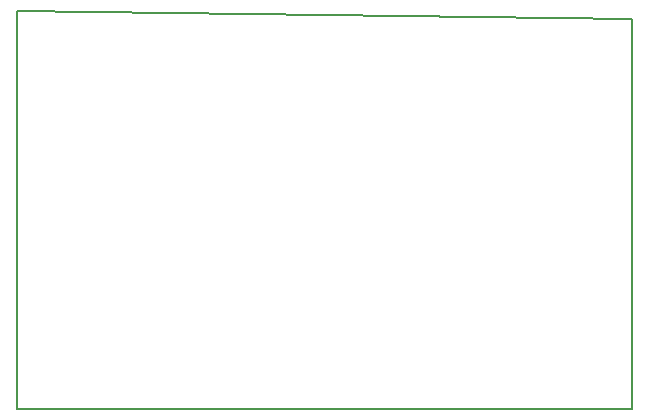
<source format=gbr>
G04 #@! TF.GenerationSoftware,KiCad,Pcbnew,(5.0.0-3-g5ebb6b6)*
G04 #@! TF.CreationDate,2018-09-05T20:54:59-07:00*
G04 #@! TF.ProjectId,Light Sensor with TH,4C696768742053656E736F7220776974,rev?*
G04 #@! TF.SameCoordinates,Original*
G04 #@! TF.FileFunction,Profile,NP*
%FSLAX46Y46*%
G04 Gerber Fmt 4.6, Leading zero omitted, Abs format (unit mm)*
G04 Created by KiCad (PCBNEW (5.0.0-3-g5ebb6b6)) date Wednesday, September 05, 2018 at 08:54:59 PM*
%MOMM*%
%LPD*%
G01*
G04 APERTURE LIST*
%ADD10C,0.200000*%
G04 APERTURE END LIST*
D10*
X177800000Y-74930000D02*
X125730000Y-74295000D01*
X177800000Y-107950000D02*
X177800000Y-74930000D01*
X125730000Y-107950000D02*
X177800000Y-107950000D01*
X125730000Y-74295000D02*
X125730000Y-107950000D01*
M02*

</source>
